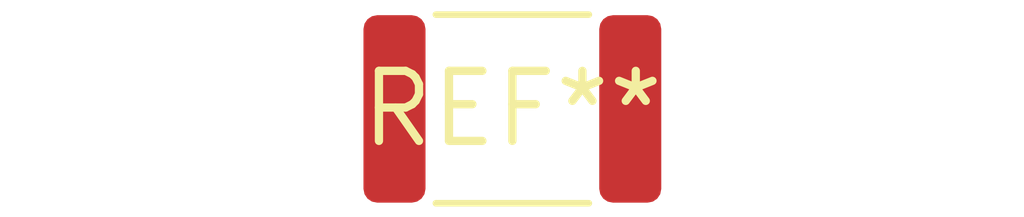
<source format=kicad_pcb>
(kicad_pcb (version 20240108) (generator pcbnew)
  (layers (0 "F.Cu" signal) (31 "B.Cu" signal) (34 "B.Paste" user) (35 "F.Paste" user) (36 "B.SilkS" user "B.Silkscreen") (37 "F.SilkS" user "F.Silkscreen") (38 "B.Mask" user) (39 "F.Mask" user) (44 "Edge.Cuts" user))
  (net 0 "")
  (footprint "L_1812_4532Metric" (layer "F.Cu") (at 0 0)
    (property "Reference" "REF**")
    (property "Value" "L_1812_4532Metric")
    (fp_line (start -1.386252 -1.71) (end 1.386252 -1.71) (layer "F.SilkS") (stroke (width 0.12)))
    (fp_line (start -1.386252 1.71) (end 1.386252 1.71) (layer "F.SilkS") (stroke (width 0.12)))
    (pad "1" smd roundrect (at -2.1375 0) (size 1.125 3.4) (layers "F.Cu" "F.Paste" "F.Mask") (roundrect_rratio 0.222222))
    (pad "2" smd roundrect (at 2.1375 0) (size 1.125 3.4) (layers "F.Cu" "F.Paste" "F.Mask") (roundrect_rratio 0.222222))
  )
)
</source>
